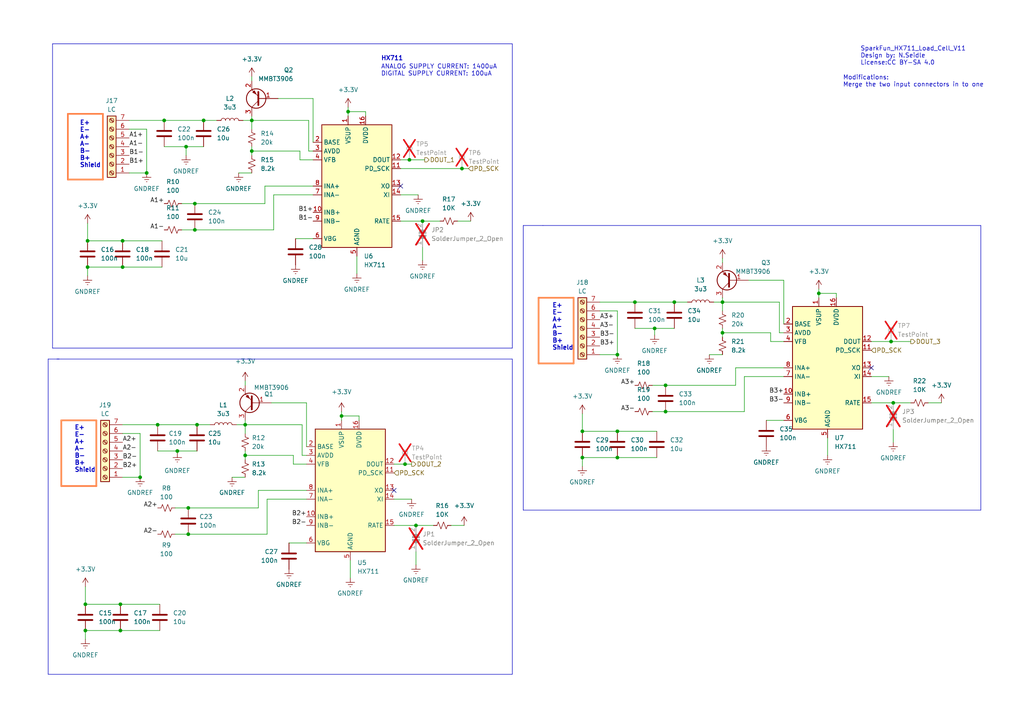
<source format=kicad_sch>
(kicad_sch (version 20250114) (generator "eeschema") (generator_version "9.0")
  (paper "A4")
  (title_block (title "CAE32 pedals") (date "2024-01-13") (rev "1") (comment 1 "Desing by: janc18") (comment 2 "Version 2.1"))
  (lib_symbols
    (symbol "Analog_ADC:HX711"
      (property "Reference" "U" (at 5.08 21.59 0))
      (property "Value" "HX711" (at 7.62 19.05 0))
      (symbol "HX711_0_1"
        (rectangle (start -10.16 17.78) (end 10.16 -17.78) (stroke (width 0.254)) (fill (type background)))
      )
      (symbol "HX711_1_1"
        (pin passive line (at -12.7 12.7 0) (length 2.54) (name "BASE") (number "2"))
        (pin power_in line (at -12.7 10.16 0) (length 2.54) (name "AVDD") (number "3"))
        (pin input line (at -12.7 7.62 0) (length 2.54) (name "VFB") (number "4"))
        (pin input line (at -12.7 0 0) (length 2.54) (name "INA+") (number "8"))
        (pin input line (at -12.7 -2.54 0) (length 2.54) (name "INA-") (number "7"))
        (pin input line (at -12.7 -7.62 0) (length 2.54) (name "INB+") (number "10"))
        (pin input line (at -12.7 -10.16 0) (length 2.54) (name "INB-") (number "9"))
        (pin passive line (at -12.7 -15.24 0) (length 2.54) (name "VBG") (number "6"))
        (pin power_in line (at -2.54 20.32 270) (length 2.54) (name "VSUP") (number "1"))
        (pin power_in line (at 0 -20.32 90) (length 2.54) (name "AGND") (number "5"))
        (pin power_in line (at 2.54 20.32 270) (length 2.54) (name "DVDD") (number "16"))
        (pin output line (at 12.7 7.62 180) (length 2.54) (name "DOUT") (number "12"))
        (pin input line (at 12.7 5.08 180) (length 2.54) (name "PD_SCK") (number "11"))
        (pin passive line (at 12.7 0 180) (length 2.54) (name "XO") (number "13"))
        (pin passive line (at 12.7 -2.54 180) (length 2.54) (name "XI") (number "14"))
        (pin input line (at 12.7 -10.16 180) (length 2.54) (name "RATE") (number "15"))
      )
    )
    (symbol "Connector:Screw_Terminal_01x07" (pin_names (offset 1.016) (hide yes))
      (property "Reference" "J" (at 0 10.16 0))
      (property "Value" "Screw_Terminal_01x07" (at 0 -10.16 0))
      (symbol "Screw_Terminal_01x07_1_1"
        (rectangle (start -1.27 8.89) (end 1.27 -8.89) (stroke (width 0.254)) (fill (type background)))
        (polyline (pts (xy -0.5334 7.9502) (xy 0.3302 7.112)) (stroke (width 0.1524)))
        (polyline (pts (xy -0.5334 5.4102) (xy 0.3302 4.572)) (stroke (width 0.1524)))
        (polyline (pts (xy -0.5334 2.8702) (xy 0.3302 2.032)) (stroke (width 0.1524)))
        (polyline (pts (xy -0.5334 0.3302) (xy 0.3302 -0.508)) (stroke (width 0.1524)))
        (polyline (pts (xy -0.5334 -2.2098) (xy 0.3302 -3.048)) (stroke (width 0.1524)))
        (polyline (pts (xy -0.5334 -4.7498) (xy 0.3302 -5.588)) (stroke (width 0.1524)))
        (polyline (pts (xy -0.5334 -7.2898) (xy 0.3302 -8.128)) (stroke (width 0.1524)))
        (polyline (pts (xy -0.3556 8.128) (xy 0.508 7.2898)) (stroke (width 0.1524)))
        (polyline (pts (xy -0.3556 5.588) (xy 0.508 4.7498)) (stroke (width 0.1524)))
        (polyline (pts (xy -0.3556 3.048) (xy 0.508 2.2098)) (stroke (width 0.1524)))
        (polyline (pts (xy -0.3556 0.508) (xy 0.508 -0.3302)) (stroke (width 0.1524)))
        (polyline (pts (xy -0.3556 -2.032) (xy 0.508 -2.8702)) (stroke (width 0.1524)))
        (polyline (pts (xy -0.3556 -4.572) (xy 0.508 -5.4102)) (stroke (width 0.1524)))
        (polyline (pts (xy -0.3556 -7.112) (xy 0.508 -7.9502)) (stroke (width 0.1524)))
        (circle (center 0 7.62) (radius 0.635) (stroke (width 0.1524)))
        (circle (center 0 5.08) (radius 0.635) (stroke (width 0.1524)))
        (circle (center 0 2.54) (radius 0.635) (stroke (width 0.1524)))
        (circle (center 0 0) (radius 0.635) (stroke (width 0.1524)))
        (circle (center 0 -2.54) (radius 0.635) (stroke (width 0.1524)))
        (circle (center 0 -5.08) (radius 0.635) (stroke (width 0.1524)))
        (circle (center 0 -7.62) (radius 0.635) (stroke (width 0.1524)))
        (pin passive line (at -5.08 7.62 0) (length 3.81) (name "Pin_1") (number "1"))
        (pin passive line (at -5.08 5.08 0) (length 3.81) (name "Pin_2") (number "2"))
        (pin passive line (at -5.08 2.54 0) (length 3.81) (name "Pin_3") (number "3"))
        (pin passive line (at -5.08 0 0) (length 3.81) (name "Pin_4") (number "4"))
        (pin passive line (at -5.08 -2.54 0) (length 3.81) (name "Pin_5") (number "5"))
        (pin passive line (at -5.08 -5.08 0) (length 3.81) (name "Pin_6") (number "6"))
        (pin passive line (at -5.08 -7.62 0) (length 3.81) (name "Pin_7") (number "7"))
      )
    )
    (symbol "Connector:TestPoint" (pin_numbers (hide yes)) (pin_names (offset 0.762) (hide yes))
      (property "Reference" "TP" (at 0 6.858 0))
      (property "Value" "TestPoint" (at 0 5.08 0))
      (symbol "TestPoint_0_1"
        (circle (center 0 3.302) (radius 0.762))
      )
      (symbol "TestPoint_1_1"
        (pin passive line (at 0 0 90) (length 2.54) (name "1") (number "1"))
      )
    )
    (symbol "Device:C" (pin_numbers (hide yes)) (pin_names (offset 0.254))
      (property "Reference" "C" (at 0.635 2.54 0))
      (property "Value" "C" (at 0.635 -2.54 0))
      (symbol "C_0_1"
        (polyline (pts (xy -2.032 0.762) (xy 2.032 0.762)) (stroke (width 0.508)))
        (polyline (pts (xy -2.032 -0.762) (xy 2.032 -0.762)) (stroke (width 0.508)))
      )
      (symbol "C_1_1"
        (pin passive line (at 0 3.81 270) (length 2.794) (name "~") (number "1"))
        (pin passive line (at 0 -3.81 90) (length 2.794) (name "~") (number "2"))
      )
    )
    (symbol "Device:L" (pin_numbers (hide yes)) (pin_names (offset 1.016) (hide yes))
      (property "Reference" "L" (at -1.27 0 90))
      (property "Value" "L" (at 1.905 0 90))
      (symbol "L_0_1"
        (arc (start 0 2.54) (mid 0.6323 1.905) (end 0 1.27))
        (arc (start 0 1.27) (mid 0.6323 0.635) (end 0 0))
        (arc (start 0 0) (mid 0.6323 -0.635) (end 0 -1.27))
        (arc (start 0 -1.27) (mid 0.6323 -1.905) (end 0 -2.54))
      )
      (symbol "L_1_1"
        (pin passive line (at 0 3.81 270) (length 1.27) (name "1") (number "1"))
        (pin passive line (at 0 -3.81 90) (length 1.27) (name "2") (number "2"))
      )
    )
    (symbol "Device:R_Small_US" (pin_numbers (hide yes)) (pin_names (offset 0.254) (hide yes))
      (property "Reference" "R" (at 0.762 0.508 0))
      (property "Value" "R_Small_US" (at 0.762 -1.016 0))
      (symbol "R_Small_US_1_1"
        (polyline (pts (xy 0 1.524) (xy 1.016 1.143) (xy 0 0.762) (xy -1.016 0.381) (xy 0 0)))
        (polyline (pts (xy 0 0) (xy 1.016 -0.381) (xy 0 -0.762) (xy -1.016 -1.143) (xy 0 -1.524)))
        (pin passive line (at 0 2.54 270) (length 1.016) (name "~") (number "1"))
        (pin passive line (at 0 -2.54 90) (length 1.016) (name "~") (number "2"))
      )
    )
    (symbol "GNDREF_1" (power) (pin_names (offset 0))
      (property "Value" "GNDREF_1" (at 0 -3.81 0))
      (symbol "GNDREF_1_0_1"
        (polyline (pts (xy -0.635 -1.905) (xy 0.635 -1.905)))
        (polyline (pts (xy -0.127 -2.54) (xy 0.127 -2.54)))
        (polyline (pts (xy 0 -1.27) (xy 0 0)))
        (polyline (pts (xy 1.27 -1.27) (xy -1.27 -1.27)))
      )
      (symbol "GNDREF_1_1_1"
        (pin power_in line (at 0 0 270) (length 0) (hide yes) (name "GNDREF") (number "1"))
      )
    )
    (symbol "Jumper:SolderJumper_2_Open" (pin_names (offset 0) (hide yes))
      (property "Reference" "JP" (at 0 2.032 0))
      (property "Value" "SolderJumper_2_Open" (at 0 -2.54 0))
      (symbol "SolderJumper_2_Open_0_1"
        (polyline (pts (xy -0.254 1.016) (xy -0.254 -1.016)))
        (arc (start -0.254 -1.016) (mid -1.2656 0) (end -0.254 1.016))
        (arc (start -0.254 -1.016) (mid -1.2656 0) (end -0.254 1.016) (fill (type outline)))
        (arc (start 0.254 1.016) (mid 1.2656 0) (end 0.254 -1.016))
        (arc (start 0.254 1.016) (mid 1.2656 0) (end 0.254 -1.016) (fill (type outline)))
        (polyline (pts (xy 0.254 1.016) (xy 0.254 -1.016)))
      )
      (symbol "SolderJumper_2_Open_1_1"
        (pin passive line (at -3.81 0 0) (length 2.54) (name "A") (number "1"))
        (pin passive line (at 3.81 0 180) (length 2.54) (name "B") (number "2"))
      )
    )
    (symbol "Transistor_BJT:MMBT3906" (pin_names (offset 0) (hide yes))
      (property "Reference" "Q" (at 5.08 1.905 0))
      (property "Value" "MMBT3906" (at 5.08 0 0))
      (symbol "MMBT3906_0_1"
        (polyline (pts (xy 0.635 1.905) (xy 0.635 -1.905) (xy 0.635 -1.905)) (stroke (width 0.508)))
        (polyline (pts (xy 0.635 0.635) (xy 2.54 2.54)))
        (polyline (pts (xy 0.635 -0.635) (xy 2.54 -2.54) (xy 2.54 -2.54)))
        (circle (center 1.27 0) (radius 2.8194) (stroke (width 0.254)))
        (polyline (pts (xy 2.286 -1.778) (xy 1.778 -2.286) (xy 1.27 -1.27) (xy 2.286 -1.778) (xy 2.286 -1.778)) (fill (type outline)))
      )
      (symbol "MMBT3906_1_1"
        (pin input line (at -5.08 0 0) (length 5.715) (name "B") (number "1"))
        (pin passive line (at 2.54 5.08 270) (length 2.54) (name "C") (number "3"))
        (pin passive line (at 2.54 -5.08 90) (length 2.54) (name "E") (number "2"))
      )
    )
    (symbol "power:+3.3V" (power) (pin_names (offset 0))
      (property "Value" "+3.3V" (at 0 3.556 0))
      (symbol "+3.3V_0_1"
        (polyline (pts (xy -0.762 1.27) (xy 0 2.54)))
        (polyline (pts (xy 0 2.54) (xy 0.762 1.27)))
        (polyline (pts (xy 0 0) (xy 0 2.54)))
      )
      (symbol "+3.3V_1_1"
        (pin power_in line (at 0 0 90) (length 0) (hide yes) (name "+3.3V") (number "1"))
      )
    )
  )
  (text "HX711" (at 110.49 17.78 0) (effects (font (size 1.27 1.27) (thickness 0.254) (bold yes)) (justify left bottom)))
  (text "SparkFun_HX711_Load_Cell_V11\nDesign by: N.Seidle\nLicense:CC BY-SA 4.0" (at 249.555 19.05 0) (effects (font (size 1.27 1.27)) (justify left bottom)))
  (text "E+\nE-\nA+\nA-\nB-\nB+\nShield" (at 23.114 48.768 0) (effects (font (size 1.27 1.27) (thickness 0.254) (bold yes)) (justify left bottom)))
  (text "E+\nE-\nA+\nA-\nB-\nB+\nShield" (at 21.59 137.16 0) (effects (font (size 1.27 1.27) (thickness 0.254) (bold yes)) (justify left bottom)))
  (text "E+\nE-\nA+\nA-\nB-\nB+\nShield" (at 160.147 101.727 0) (effects (font (size 1.27 1.27) (thickness 0.254) (bold yes)) (justify left bottom)))
  (text "ANALOG SUPPLY CURRENT: 1400uA\nDIGITAL SUPPLY CURRENT: 100uA" (at 110.49 22.225 0) (effects (font (size 1.27 1.27)) (justify left bottom)))
  (text "Modifications:\nMerge the two input connectors in to one" (at 244.475 25.4 0) (effects (font (size 1.27 1.27)) (justify left bottom)))
  (junction (at 100.965 32.385))
  (junction (at 40.64 138.43))
  (junction (at 120.65 152.4))
  (junction (at 122.555 64.135))
  (junction (at 193.04 111.76))
  (junction (at 179.07 102.87))
  (junction (at 71.12 123.19))
  (junction (at 118.745 46.355))
  (junction (at 195.58 87.63))
  (junction (at 168.91 125.095))
  (junction (at 35.56 69.85))
  (junction (at 73.025 43.815))
  (junction (at 189.865 95.25))
  (junction (at 24.765 175.26))
  (junction (at 99.06 120.65))
  (junction (at 54.61 147.32))
  (junction (at 35.56 77.47))
  (junction (at 54.61 154.94))
  (junction (at 25.4 69.85))
  (junction (at 179.07 132.715))
  (junction (at 179.07 125.095))
  (junction (at 25.4 77.47))
  (junction (at 209.55 87.63))
  (junction (at 34.925 182.88))
  (junction (at 24.765 182.88))
  (junction (at 53.975 42.545))
  (junction (at 193.04 119.38))
  (junction (at 57.15 123.19))
  (junction (at 34.925 175.26))
  (junction (at 73.025 34.925))
  (junction (at 133.985 48.895))
  (junction (at 258.445 99.06))
  (junction (at 45.72 123.19))
  (junction (at 259.08 116.84))
  (junction (at 184.15 87.63))
  (junction (at 237.49 85.09))
  (junction (at 209.55 96.52))
  (junction (at 71.12 132.08))
  (junction (at 117.475 134.62))
  (junction (at 51.435 130.81))
  (junction (at 59.055 34.925))
  (junction (at 168.91 132.715))
  (junction (at 56.515 59.055))
  (junction (at 42.545 50.165))
  (junction (at 56.515 66.675))
  (junction (at 47.625 34.925))
  (no_connect (at 252.73 106.68))
  (no_connect (at 114.3 142.24))
  (no_connect (at 116.205 53.975))
  (wire (pts (xy 76.835 59.055) (xy 56.515 59.055)))
  (wire (pts (xy 103.505 74.295) (xy 103.505 79.375)))
  (wire (pts (xy 114.3 144.78) (xy 119.38 144.78)))
  (wire (pts (xy 90.805 56.515) (xy 79.375 56.515)))
  (wire (pts (xy 25.4 69.85) (xy 35.56 69.85)))
  (polyline (pts (xy 17.78 121.92) (xy 17.78 140.97)) (stroke (width 0.5) (type solid) (color 255 132 74 1)))
  (wire (pts (xy 179.07 90.17) (xy 179.07 102.87)))
  (wire (pts (xy 85.09 132.08) (xy 71.12 132.08)))
  (polyline (pts (xy 284.48 147.955) (xy 151.765 147.955)))
  (wire (pts (xy 242.57 85.09) (xy 237.49 85.09)))
  (wire (pts (xy 89.535 43.815) (xy 90.805 43.815)))
  (wire (pts (xy 59.055 34.925) (xy 62.865 34.925)))
  (wire (pts (xy 122.555 71.755) (xy 122.555 75.565)))
  (wire (pts (xy 209.55 86.36) (xy 209.55 87.63)))
  (wire (pts (xy 47.625 42.545) (xy 53.975 42.545)))
  (wire (pts (xy 120.65 160.02) (xy 120.65 163.83)))
  (wire (pts (xy 173.99 87.63) (xy 184.15 87.63)))
  (wire (pts (xy 35.56 69.85) (xy 46.99 69.85)))
  (wire (pts (xy 37.465 37.465) (xy 42.545 37.465)))
  (wire (pts (xy 24.765 175.26) (xy 34.925 175.26)))
  (polyline (pts (xy 15.24 12.7) (xy 15.24 100.965)))
  (polyline (pts (xy 13.97 195.58) (xy 13.97 104.14)))
  (wire (pts (xy 79.375 56.515) (xy 79.375 66.675)))
  (wire (pts (xy 79.375 66.675) (xy 56.515 66.675)))
  (wire (pts (xy 184.15 95.25) (xy 189.865 95.25)))
  (polyline (pts (xy 148.59 195.58) (xy 13.97 195.58)))
  (wire (pts (xy 47.625 34.925) (xy 59.055 34.925)))
  (wire (pts (xy 88.9 116.84) (xy 88.9 129.54)))
  (wire (pts (xy 90.805 53.975) (xy 76.835 53.975)))
  (wire (pts (xy 40.64 125.73) (xy 40.64 138.43)))
  (wire (pts (xy 101.6 162.56) (xy 101.6 167.64)))
  (wire (pts (xy 209.55 87.63) (xy 226.06 87.63)))
  (wire (pts (xy 86.995 43.815) (xy 73.025 43.815)))
  (wire (pts (xy 223.52 96.52) (xy 209.55 96.52)))
  (wire (pts (xy 71.12 132.08) (xy 71.12 133.35)))
  (wire (pts (xy 189.865 95.25) (xy 195.58 95.25)))
  (wire (pts (xy 100.965 32.385) (xy 100.965 33.655)))
  (wire (pts (xy 130.81 152.4) (xy 134.62 152.4)))
  (wire (pts (xy 227.33 81.28) (xy 227.33 93.98)))
  (wire (pts (xy 120.65 152.4) (xy 125.73 152.4)))
  (wire (pts (xy 25.4 77.47) (xy 25.4 80.01)))
  (wire (pts (xy 71.12 110.49) (xy 71.12 111.76)))
  (wire (pts (xy 173.99 102.87) (xy 179.07 102.87)))
  (wire (pts (xy 74.93 147.32) (xy 54.61 147.32)))
  (wire (pts (xy 242.57 86.36) (xy 242.57 85.09)))
  (wire (pts (xy 207.01 87.63) (xy 209.55 87.63)))
  (wire (pts (xy 70.485 34.925) (xy 73.025 34.925)))
  (polyline (pts (xy 16.51 104.14) (xy 148.59 104.14)))
  (wire (pts (xy 122.555 64.135) (xy 127.635 64.135)))
  (wire (pts (xy 73.025 43.815) (xy 73.025 45.085)))
  (wire (pts (xy 106.045 33.655) (xy 106.045 32.385)))
  (wire (pts (xy 209.55 87.63) (xy 209.55 90.17)))
  (wire (pts (xy 73.025 42.545) (xy 73.025 43.815)))
  (wire (pts (xy 24.765 182.88) (xy 34.925 182.88)))
  (wire (pts (xy 69.215 50.165) (xy 73.025 50.165)))
  (wire (pts (xy 73.025 22.225) (xy 73.025 23.495)))
  (wire (pts (xy 53.975 42.545) (xy 53.975 45.085)))
  (wire (pts (xy 57.15 123.19) (xy 60.96 123.19)))
  (wire (pts (xy 73.025 34.925) (xy 73.025 37.465)))
  (wire (pts (xy 35.56 77.47) (xy 46.99 77.47)))
  (wire (pts (xy 189.23 119.38) (xy 193.04 119.38)))
  (wire (pts (xy 205.74 102.87) (xy 209.55 102.87)))
  (wire (pts (xy 264.16 99.06) (xy 258.445 99.06)))
  (wire (pts (xy 227.33 99.06) (xy 223.52 99.06)))
  (wire (pts (xy 88.9 142.24) (xy 74.93 142.24)))
  (wire (pts (xy 34.925 175.26) (xy 46.355 175.26)))
  (polyline (pts (xy 29.845 33.02) (xy 19.685 33.02)) (stroke (width 0.5) (type solid) (color 255 132 74 1)))
  (wire (pts (xy 179.07 132.715) (xy 190.5 132.715)))
  (wire (pts (xy 50.8 147.32) (xy 54.61 147.32)))
  (wire (pts (xy 222.25 121.92) (xy 227.33 121.92)))
  (polyline (pts (xy 15.24 12.7) (xy 148.59 12.7)))
  (polyline (pts (xy 151.765 65.405) (xy 157.48 65.405)))
  (wire (pts (xy 88.9 134.62) (xy 85.09 134.62)))
  (wire (pts (xy 132.715 64.135) (xy 136.525 64.135)))
  (wire (pts (xy 116.205 56.515) (xy 121.285 56.515)))
  (wire (pts (xy 209.55 96.52) (xy 209.55 97.79)))
  (polyline (pts (xy 166.37 105.41) (xy 166.37 86.36)) (stroke (width 0.5) (type solid) (color 255 132 74 1)))
  (wire (pts (xy 259.08 116.84) (xy 264.16 116.84)))
  (wire (pts (xy 123.19 46.355) (xy 118.745 46.355)))
  (polyline (pts (xy 19.685 52.07) (xy 29.845 52.07)) (stroke (width 0.5) (type solid) (color 255 132 74 1)))
  (wire (pts (xy 189.865 95.25) (xy 189.865 97.155)))
  (wire (pts (xy 116.205 48.895) (xy 133.985 48.895)))
  (wire (pts (xy 87.63 132.08) (xy 88.9 132.08)))
  (polyline (pts (xy 148.59 104.14) (xy 148.59 195.58)))
  (wire (pts (xy 86.995 46.355) (xy 86.995 43.815)))
  (wire (pts (xy 73.025 33.655) (xy 73.025 34.925)))
  (wire (pts (xy 258.445 99.06) (xy 252.73 99.06)))
  (wire (pts (xy 53.975 42.545) (xy 59.055 42.545)))
  (wire (pts (xy 173.99 90.17) (xy 179.07 90.17)))
  (wire (pts (xy 240.03 127) (xy 240.03 132.08)))
  (wire (pts (xy 227.33 106.68) (xy 213.36 106.68)))
  (wire (pts (xy 83.82 157.48) (xy 88.9 157.48)))
  (wire (pts (xy 35.56 125.73) (xy 40.64 125.73)))
  (wire (pts (xy 34.925 182.88) (xy 46.355 182.88)))
  (wire (pts (xy 215.9 109.22) (xy 215.9 119.38)))
  (wire (pts (xy 168.91 125.095) (xy 179.07 125.095)))
  (wire (pts (xy 269.24 116.84) (xy 273.05 116.84)))
  (wire (pts (xy 88.9 144.78) (xy 77.47 144.78)))
  (wire (pts (xy 68.58 123.19) (xy 71.12 123.19)))
  (polyline (pts (xy 156.21 86.36) (xy 156.21 105.41)) (stroke (width 0.5) (type solid) (color 255 132 74 1)))
  (wire (pts (xy 213.36 106.68) (xy 213.36 111.76)))
  (wire (pts (xy 227.33 109.22) (xy 215.9 109.22)))
  (wire (pts (xy 51.435 130.81) (xy 57.15 130.81)))
  (wire (pts (xy 168.91 132.715) (xy 179.07 132.715)))
  (wire (pts (xy 179.07 125.095) (xy 190.5 125.095)))
  (wire (pts (xy 73.025 34.925) (xy 89.535 34.925)))
  (wire (pts (xy 37.465 50.165) (xy 42.545 50.165)))
  (wire (pts (xy 71.12 123.19) (xy 87.63 123.19)))
  (wire (pts (xy 71.12 121.92) (xy 71.12 123.19)))
  (wire (pts (xy 215.9 119.38) (xy 193.04 119.38)))
  (wire (pts (xy 252.73 116.84) (xy 259.08 116.84)))
  (wire (pts (xy 99.06 119.38) (xy 99.06 120.65)))
  (wire (pts (xy 35.56 123.19) (xy 45.72 123.19)))
  (wire (pts (xy 71.12 123.19) (xy 71.12 125.73)))
  (wire (pts (xy 209.55 95.25) (xy 209.55 96.52)))
  (polyline (pts (xy 13.97 104.14) (xy 17.145 104.14)))
  (wire (pts (xy 78.74 116.84) (xy 88.9 116.84)))
  (wire (pts (xy 80.645 28.575) (xy 90.805 28.575)))
  (wire (pts (xy 85.09 134.62) (xy 85.09 132.08)))
  (wire (pts (xy 237.49 85.09) (xy 237.49 86.36)))
  (polyline (pts (xy 17.78 140.97) (xy 27.94 140.97)) (stroke (width 0.5) (type solid) (color 255 132 74 1)))
  (wire (pts (xy 209.55 74.93) (xy 209.55 76.2)))
  (wire (pts (xy 118.745 46.355) (xy 116.205 46.355)))
  (wire (pts (xy 90.805 28.575) (xy 90.805 41.275)))
  (wire (pts (xy 24.765 182.88) (xy 24.765 185.42)))
  (wire (pts (xy 213.36 111.76) (xy 193.04 111.76)))
  (wire (pts (xy 89.535 34.925) (xy 89.535 43.815)))
  (polyline (pts (xy 156.21 105.41) (xy 166.37 105.41)) (stroke (width 0.5) (type solid) (color 255 132 74 1)))
  (wire (pts (xy 168.91 120.015) (xy 168.91 125.095)))
  (wire (pts (xy 45.72 130.81) (xy 51.435 130.81)))
  (polyline (pts (xy 151.765 147.955) (xy 151.765 65.405)))
  (wire (pts (xy 104.14 121.92) (xy 104.14 120.65)))
  (wire (pts (xy 87.63 123.19) (xy 87.63 132.08)))
  (wire (pts (xy 52.705 66.675) (xy 56.515 66.675)))
  (wire (pts (xy 117.475 134.62) (xy 119.38 134.62)))
  (wire (pts (xy 133.985 48.895) (xy 135.89 48.895)))
  (wire (pts (xy 71.12 130.81) (xy 71.12 132.08)))
  (wire (pts (xy 35.56 138.43) (xy 40.64 138.43)))
  (wire (pts (xy 24.765 170.18) (xy 24.765 175.26)))
  (polyline (pts (xy 19.685 33.02) (xy 19.685 52.07)) (stroke (width 0.5) (type solid) (color 255 132 74 1)))
  (wire (pts (xy 100.965 31.115) (xy 100.965 32.385)))
  (wire (pts (xy 85.725 69.215) (xy 90.805 69.215)))
  (wire (pts (xy 45.72 123.19) (xy 57.15 123.19)))
  (wire (pts (xy 74.93 142.24) (xy 74.93 147.32)))
  (wire (pts (xy 168.91 132.715) (xy 168.91 135.255)))
  (polyline (pts (xy 166.37 86.36) (xy 156.21 86.36)) (stroke (width 0.5) (type solid) (color 255 132 74 1)))
  (wire (pts (xy 76.835 53.975) (xy 76.835 59.055)))
  (polyline (pts (xy 284.48 65.405) (xy 284.48 147.955)))
  (wire (pts (xy 116.205 64.135) (xy 122.555 64.135)))
  (polyline (pts (xy 148.59 100.965) (xy 148.59 12.7)))
  (wire (pts (xy 25.4 77.47) (xy 35.56 77.47)))
  (wire (pts (xy 114.3 152.4) (xy 120.65 152.4)))
  (polyline (pts (xy 15.24 100.965) (xy 148.59 100.965)))
  (polyline (pts (xy 29.845 52.07) (xy 29.845 33.02)) (stroke (width 0.5) (type solid) (color 255 132 74 1)))
  (wire (pts (xy 114.3 134.62) (xy 117.475 134.62)))
  (wire (pts (xy 51.435 130.81) (xy 51.435 131.445)))
  (wire (pts (xy 237.49 83.82) (xy 237.49 85.09)))
  (polyline (pts (xy 157.48 65.405) (xy 284.48 65.405)))
  (wire (pts (xy 25.4 64.77) (xy 25.4 69.85)))
  (wire (pts (xy 106.045 32.385) (xy 100.965 32.385)))
  (wire (pts (xy 77.47 154.94) (xy 54.61 154.94)))
  (wire (pts (xy 223.52 99.06) (xy 223.52 96.52)))
  (wire (pts (xy 67.31 138.43) (xy 71.12 138.43)))
  (wire (pts (xy 104.14 120.65) (xy 99.06 120.65)))
  (wire (pts (xy 217.17 81.28) (xy 227.33 81.28)))
  (polyline (pts (xy 27.94 140.97) (xy 27.94 121.92)) (stroke (width 0.5) (type solid) (color 255 132 74 1)))
  (wire (pts (xy 195.58 87.63) (xy 199.39 87.63)))
  (wire (pts (xy 42.545 37.465) (xy 42.545 50.165)))
  (wire (pts (xy 184.15 87.63) (xy 195.58 87.63)))
  (wire (pts (xy 99.06 120.65) (xy 99.06 121.92)))
  (wire (pts (xy 37.465 34.925) (xy 47.625 34.925)))
  (wire (pts (xy 189.23 111.76) (xy 193.04 111.76)))
  (wire (pts (xy 226.06 87.63) (xy 226.06 96.52)))
  (wire (pts (xy 50.8 154.94) (xy 54.61 154.94)))
  (wire (pts (xy 52.705 59.055) (xy 56.515 59.055)))
  (wire (pts (xy 252.73 109.22) (xy 257.81 109.22)))
  (wire (pts (xy 259.08 124.46) (xy 259.08 128.27)))
  (wire (pts (xy 77.47 144.78) (xy 77.47 154.94)))
  (wire (pts (xy 90.805 46.355) (xy 86.995 46.355)))
  (polyline (pts (xy 27.94 121.92) (xy 17.78 121.92)) (stroke (width 0.5) (type solid) (color 255 132 74 1)))
  (wire (pts (xy 226.06 96.52) (xy 227.33 96.52)))
  (label "B2+" (at 35.56 135.89 0))
  (label "A1+" (at 37.465 40.005 0))
  (label "B2+" (at 88.9 149.86 180))
  (label "B3-" (at 227.33 116.84 180))
  (label "A2-" (at 45.72 154.94 180))
  (label "B2-" (at 88.9 152.4 180))
  (label "A3-" (at 173.99 95.25 0))
  (label "B1-" (at 37.465 45.085 0))
  (label "B3+" (at 227.33 114.3 180))
  (label "A2+" (at 35.56 128.27 0))
  (label "A1-" (at 37.465 42.545 0))
  (label "B2-" (at 35.56 133.35 0))
  (label "B3+" (at 173.99 100.33 0))
  (label "A1-" (at 47.625 66.675 180))
  (label "B3-" (at 173.99 97.79 0))
  (label "B1-" (at 90.805 64.135 180))
  (label "A2-" (at 35.56 130.81 0))
  (label "B1+" (at 37.465 47.625 0))
  (label "B1+" (at 90.805 61.595 180))
  (label "A3+" (at 184.15 111.76 180))
  (label "A1+" (at 47.625 59.055 180))
  (label "A3-" (at 184.15 119.38 180))
  (label "A2+" (at 45.72 147.32 180))
  (label "A3+" (at 173.99 92.71 0))
  (hierarchical_label "PD_SCK" (shape input) (at 114.3 137.16 0))
  (hierarchical_label "PD_SCK" (shape input) (at 135.89 48.895 0))
  (hierarchical_label "DOUT_3" (shape output) (at 264.16 99.06 0))
  (hierarchical_label "DOUT_1" (shape output) (at 123.19 46.355 0))
  (hierarchical_label "PD_SCK" (shape input) (at 252.73 101.6 0))
  (hierarchical_label "DOUT_2" (shape output) (at 119.38 134.62 0))
  (symbol (lib_id "Transistor_BJT:MMBT3906") (at 75.565 28.575 180) (unit 1)
    (property "Reference" "Q2" (at 85.09 20.32 0) (effects (justify left)))
    (property "Value" "MMBT3906" (at 85.09 22.86 0) (effects (justify left)))
    (property "Footprint" "Package_TO_SOT_SMD:SOT-23" (effects (hide yes)))
    (property "Datasheet" "https://www.onsemi.com/pub/Collateral/2N3906-D.PDF" (effects (hide yes)))
    (property "Qty" "3" (effects (hide yes)))
    (property "Vendor" "C2891809" (effects (hide yes)))
  )
  (symbol (lib_name "GNDREF_1") (lib_id "power:GNDREF") (at 83.82 165.1 0) (unit 1)
    (property "Reference" "#PWR077" (effects (hide yes)))
    (property "Value" "GNDREF" (at 83.82 169.545 0))
  )
  (symbol (lib_id "power:+3.3V") (at 24.765 170.18 0) (unit 1)
    (property "Reference" "#PWR065" (effects (hide yes)))
    (property "Value" "+3.3V" (at 24.765 165.1 0))
  )
  (symbol (lib_id "Device:R_Small_US") (at 209.55 92.71 0) (unit 1)
    (property "Reference" "R20" (at 212.09 91.4399 0) (effects (justify left)))
    (property "Value" "20k" (at 212.09 93.9799 0) (effects (justify left)))
    (property "Footprint" "Resistor_SMD:R_0603_1608Metric" (effects (hide yes)))
    (property "LCSC_PART" "C4184" (effects (hide yes)))
    (property "Item" "C4184" (effects (hide yes)))
    (property "Qty" "3" (effects (hide yes)))
    (property "Vendor" "C4184" (effects (hide yes)))
  )
  (symbol (lib_id "Device:C") (at 222.25 125.73 0) (unit 1)
    (property "Reference" "C35" (at 226.06 124.4599 0) (effects (justify left)))
    (property "Value" "100n" (at 226.06 126.9999 0) (effects (justify left)))
    (property "Footprint" "Capacitor_SMD:C_0603_1608Metric" (effects (hide yes)))
    (property "LCSC_PART" "C66501" (effects (hide yes)))
    (property "Item" "C66501" (effects (hide yes)))
    (property "Qty" "22" (effects (hide yes)))
    (property "Vendor" "C66501" (effects (hide yes)))
  )
  (symbol (lib_id "power:+3.3V") (at 99.06 119.38 0) (unit 1)
    (property "Reference" "#PWR079" (effects (hide yes)))
    (property "Value" "+3.3V" (at 99.06 113.665 0))
  )
  (symbol (lib_id "Device:R_Small_US") (at 130.175 64.135 90) (unit 1)
    (property "Reference" "R17" (at 130.175 57.785 90))
    (property "Value" "10K" (at 130.175 60.325 90))
    (property "Footprint" "Resistor_SMD:R_0603_1608Metric" (effects (hide yes)))
    (property "LCSC_PART" "C25804" (effects (hide yes)))
    (property "Item" "C25804" (effects (hide yes)))
    (property "Qty" "3" (effects (hide yes)))
    (property "Vendor" "C25804" (effects (hide yes)))
  )
  (symbol (lib_id "Device:R_Small_US") (at 186.69 119.38 270) (unit 1)
    (property "Reference" "R19" (at 186.69 113.03 90))
    (property "Value" "100" (at 186.69 115.57 90))
    (property "Footprint" "Resistor_SMD:R_0603_1608Metric" (effects (hide yes)))
    (property "LCSC_PART" "C25201" (effects (hide yes)))
    (property "Item" "C25201" (effects (hide yes)))
    (property "Qty" "14" (effects (hide yes)))
    (property "Vendor" "C25201" (effects (hide yes)))
  )
  (symbol (lib_id "Device:R_Small_US") (at 71.12 135.89 0) (unit 1)
    (property "Reference" "R13" (at 73.025 134.6199 0) (effects (justify left)))
    (property "Value" "8.2k" (at 73.025 137.1599 0) (effects (justify left)))
    (property "Footprint" "Resistor_SMD:R_0603_1608Metric" (effects (hide yes)))
    (property "LCSC_PART" "C114637" (effects (hide yes)))
    (property "Item" "C114637" (effects (hide yes)))
    (property "Qty" "3" (effects (hide yes)))
    (property "Vendor" "C114637" (effects (hide yes)))
  )
  (symbol (lib_id "power:+3.3V") (at 100.965 31.115 0) (unit 1)
    (property "Reference" "#PWR080" (effects (hide yes)))
    (property "Value" "+3.3V" (at 100.965 26.035 0))
  )
  (symbol (lib_id "Device:R_Small_US") (at 73.025 40.005 0) (unit 1)
    (property "Reference" "R14" (at 75.565 38.7349 0) (effects (justify left)))
    (property "Value" "20k" (at 75.565 41.2749 0) (effects (justify left)))
    (property "Footprint" "Resistor_SMD:R_0603_1608Metric" (effects (hide yes)))
    (property "LCSC_PART" "C4184" (effects (hide yes)))
    (property "Item" "C4184" (effects (hide yes)))
    (property "Qty" "3" (effects (hide yes)))
    (property "Vendor" "C4184" (effects (hide yes)))
  )
  (symbol (lib_name "GNDREF_1") (lib_id "power:GNDREF") (at 257.81 109.22 0) (unit 1)
    (property "Reference" "#PWR098" (effects (hide yes)))
    (property "Value" "GNDREF" (at 257.81 113.792 0))
  )
  (symbol (lib_id "Device:C") (at 193.04 115.57 0) (unit 1)
    (property "Reference" "C33" (at 196.85 114.2999 0) (effects (justify left)))
    (property "Value" "100n" (at 196.85 116.8399 0) (effects (justify left)))
    (property "Footprint" "Capacitor_SMD:C_0603_1608Metric" (effects (hide yes)))
    (property "LCSC_PART" "C66501" (effects (hide yes)))
    (property "Item" "C66501" (effects (hide yes)))
    (property "Qty" "22" (effects (hide yes)))
    (property "Vendor" "C66501" (effects (hide yes)))
  )
  (symbol (lib_name "GNDREF_1") (lib_id "power:GNDREF") (at 42.545 50.165 0) (unit 1)
    (property "Reference" "#PWR070" (effects (hide yes)))
    (property "Value" "GNDREF" (at 42.545 54.737 0))
  )
  (symbol (lib_id "Device:R_Small_US") (at 73.025 47.625 0) (unit 1)
    (property "Reference" "R15" (at 75.565 46.3549 0) (effects (justify left)))
    (property "Value" "8.2k" (at 75.565 48.8949 0) (effects (justify left)))
    (property "Footprint" "Resistor_SMD:R_0603_1608Metric" (effects (hide yes)))
    (property "LCSC_PART" "C114637" (effects (hide yes)))
    (property "Item" "C114637" (effects (hide yes)))
    (property "Qty" "3" (effects (hide yes)))
    (property "Vendor" "C114637" (effects (hide yes)))
  )
  (symbol (lib_id "Device:R_Small_US") (at 209.55 100.33 0) (unit 1)
    (property "Reference" "R21" (at 212.09 99.0599 0) (effects (justify left)))
    (property "Value" "8.2k" (at 212.09 101.5999 0) (effects (justify left)))
    (property "Footprint" "Resistor_SMD:R_0603_1608Metric" (effects (hide yes)))
    (property "LCSC_PART" "C114637" (effects (hide yes)))
    (property "Item" "C114637" (effects (hide yes)))
    (property "Qty" "3" (effects (hide yes)))
    (property "Vendor" "C114637" (effects (hide yes)))
  )
  (symbol (lib_id "Device:C") (at 24.765 179.07 0) (unit 1)
    (property "Reference" "C15" (at 28.575 177.7999 0) (effects (justify left)))
    (property "Value" "100n" (at 28.575 180.3399 0) (effects (justify left)))
    (property "Footprint" "Capacitor_SMD:C_0603_1608Metric" (effects (hide yes)))
    (property "LCSC_PART" "C66501" (effects (hide yes)))
    (property "Item" "C66501" (effects (hide yes)))
    (property "Qty" "22" (effects (hide yes)))
    (property "Vendor" "C66501" (effects (hide yes)))
  )
  (symbol (lib_id "power:+3.3V") (at 237.49 83.82 0) (unit 1)
    (property "Reference" "#PWR096" (effects (hide yes)))
    (property "Value" "+3.3V" (at 237.49 78.74 0))
  )
  (symbol (lib_name "GNDREF_1") (lib_id "power:GNDREF") (at 85.725 76.835 0) (unit 1)
    (property "Reference" "#PWR078" (effects (hide yes)))
    (property "Value" "GNDREF" (at 85.725 81.407 0))
  )
  (symbol (lib_id "power:+3.3V") (at 73.025 22.225 0) (unit 1)
    (property "Reference" "#PWR076" (effects (hide yes)))
    (property "Value" "+3.3V" (at 73.025 17.145 0))
  )
  (symbol (lib_name "GNDREF_1") (lib_id "power:GNDREF") (at 259.08 128.27 0) (unit 1)
    (property "Reference" "#PWR099" (effects (hide yes)))
    (property "Value" "GNDREF" (at 259.08 132.842 0))
  )
  (symbol (lib_name "GNDREF_1") (lib_id "power:GNDREF") (at 120.65 163.83 0) (unit 1)
    (property "Reference" "#PWR084" (effects (hide yes)))
    (property "Value" "GNDREF" (at 120.65 168.275 0))
  )
  (symbol (lib_name "GNDREF_1") (lib_id "power:GNDREF") (at 25.4 80.01 0) (unit 1)
    (property "Reference" "#PWR068" (effects (hide yes)))
    (property "Value" "GNDREF" (at 25.4 84.582 0))
  )
  (symbol (lib_id "Device:C") (at 56.515 62.865 0) (unit 1)
    (property "Reference" "C24" (at 60.325 61.5949 0) (effects (justify left)))
    (property "Value" "100n" (at 60.325 64.1349 0) (effects (justify left)))
    (property "Footprint" "Capacitor_SMD:C_0603_1608Metric" (effects (hide yes)))
    (property "LCSC_PART" "C66501" (effects (hide yes)))
    (property "Item" "C66501" (effects (hide yes)))
    (property "Qty" "22" (effects (hide yes)))
    (property "Vendor" "C66501" (effects (hide yes)))
  )
  (symbol (lib_name "GNDREF_1") (lib_id "power:GNDREF") (at 53.975 45.085 0) (unit 1)
    (property "Reference" "#PWR072" (effects (hide yes)))
    (property "Value" "GNDREF" (at 53.975 49.657 0))
  )
  (symbol (lib_id "Connector:TestPoint") (at 258.445 99.06 0) (unit 1) (dnp yes)
    (property "Reference" "TP7" (at 260.35 94.4879 0) (effects (justify left)))
    (property "Value" "TestPoint" (at 260.35 97.0279 0) (effects (justify left)))
    (property "Footprint" "TestPoint:TestPoint_Pad_D1.0mm" (effects (hide yes)))
    (property "Qty" "4" (effects (hide yes)))
  )
  (symbol (lib_id "Device:R_Small_US") (at 266.7 116.84 90) (unit 1)
    (property "Reference" "R22" (at 266.7 110.49 90))
    (property "Value" "10K" (at 266.7 113.03 90))
    (property "Footprint" "Resistor_SMD:R_0603_1608Metric" (effects (hide yes)))
    (property "LCSC_PART" "C25804" (effects (hide yes)))
    (property "Item" "C25804" (effects (hide yes)))
    (property "Qty" "3" (effects (hide yes)))
    (property "Vendor" "C25804" (effects (hide yes)))
  )
  (symbol (lib_id "Device:L") (at 203.2 87.63 90) (unit 1)
    (property "Reference" "L3" (at 203.2 81.28 90))
    (property "Value" "3u3" (at 203.2 83.82 90))
    (property "Footprint" "Inductor_SMD:L_0402_1005Metric" (effects (hide yes)))
    (property "LCSC_PART" "C84474" (effects (hide yes)))
    (property "Item" "C84474" (effects (hide yes)))
    (property "Qty" "3" (effects (hide yes)))
    (property "Vendor" "C84474" (effects (hide yes)))
  )
  (symbol (lib_name "GNDREF_1") (lib_id "power:GNDREF") (at 67.31 138.43 0) (unit 1)
    (property "Reference" "#PWR073" (effects (hide yes)))
    (property "Value" "GNDREF" (at 67.31 142.875 0))
  )
  (symbol (lib_name "GNDREF_1") (lib_id "power:GNDREF") (at 168.91 135.255 0) (unit 1)
    (property "Reference" "#PWR090" (effects (hide yes)))
    (property "Value" "GNDREF" (at 168.91 139.827 0))
  )
  (symbol (lib_id "Connector:Screw_Terminal_01x07") (at 168.91 95.25 180) (unit 1)
    (property "Reference" "J18" (at 168.91 81.915 0))
    (property "Value" "LC" (at 168.91 84.455 0))
    (property "Footprint" "TerminalBlock_TE-Connectivity:TerminalBlock_TE_282834-7_1x07_P2.54mm_Horizontal" (effects (hide yes)))
    (property "Item" "C915916" (effects (hide yes)))
    (property "LCSC_PART" "C915916" (effects (hide yes)))
    (property "Vendor" "C915916" (effects (hide yes)))
  )
  (symbol (lib_name "GNDREF_1") (lib_id "power:GNDREF") (at 179.07 102.87 0) (unit 1)
    (property "Reference" "#PWR091" (effects (hide yes)))
    (property "Value" "GNDREF" (at 179.07 107.442 0))
  )
  (symbol (lib_id "Device:C") (at 46.355 179.07 0) (unit 1)
    (property "Reference" "C20" (at 50.165 177.7999 0) (effects (justify left)))
    (property "Value" "10u" (at 50.165 180.3399 0) (effects (justify left)))
    (property "Footprint" "Capacitor_SMD:C_0603_1608Metric" (effects (hide yes)))
    (property "LCSC_PART" "C1691" (effects (hide yes)))
    (property "Item" "C1691" (effects (hide yes)))
    (property "Qty" "6" (effects (hide yes)))
    (property "Vendor" "C1691" (effects (hide yes)))
  )
  (symbol (lib_id "Device:C") (at 45.72 127 0) (unit 1)
    (property "Reference" "C19" (at 48.895 125.7299 0) (effects (justify left)))
    (property "Value" "100n" (at 48.895 128.2699 0) (effects (justify left)))
    (property "Footprint" "Capacitor_SMD:C_0603_1608Metric" (effects (hide yes)))
    (property "LCSC_PART" "C66501" (effects (hide yes)))
    (property "Item" "C66501" (effects (hide yes)))
    (property "Qty" "22" (effects (hide yes)))
    (property "Vendor" "C66501" (effects (hide yes)))
  )
  (symbol (lib_id "Connector:Screw_Terminal_01x07") (at 30.48 130.81 180) (unit 1)
    (property "Reference" "J19" (at 30.48 117.475 0))
    (property "Value" "LC" (at 30.48 120.015 0))
    (property "Footprint" "TerminalBlock_TE-Connectivity:TerminalBlock_TE_282834-7_1x07_P2.54mm_Horizontal" (effects (hide yes)))
    (property "Item" "C915916" (effects (hide yes)))
    (property "LCSC_PART" "C915916" (effects (hide yes)))
    (property "Vendor" "C915916" (effects (hide yes)))
  )
  (symbol (lib_id "Device:C") (at 57.15 127 0) (unit 1)
    (property "Reference" "C25" (at 60.325 125.7299 0) (effects (justify left)))
    (property "Value" "10u" (at 60.325 128.2699 0) (effects (justify left)))
    (property "Footprint" "Capacitor_SMD:C_0603_1608Metric" (effects (hide yes)))
    (property "LCSC_PART" "C1691" (effects (hide yes)))
    (property "Item" "C1691" (effects (hide yes)))
    (property "Qty" "6" (effects (hide yes)))
    (property "Vendor" "C1691" (effects (hide yes)))
  )
  (symbol (lib_name "GNDREF_1") (lib_id "power:GNDREF") (at 122.555 75.565 0) (unit 1)
    (property "Reference" "#PWR086" (effects (hide yes)))
    (property "Value" "GNDREF" (at 122.555 80.137 0))
  )
  (symbol (lib_id "Device:R_Small_US") (at 50.165 66.675 270) (unit 1)
    (property "Reference" "R11" (at 50.165 60.325 90))
    (property "Value" "100" (at 50.165 62.865 90))
    (property "Footprint" "Resistor_SMD:R_0603_1608Metric" (effects (hide yes)))
    (property "LCSC_PART" "C25201" (effects (hide yes)))
    (property "Item" "C25201" (effects (hide yes)))
    (property "Qty" "14" (effects (hide yes)))
    (property "Vendor" "C25201" (effects (hide yes)))
  )
  (symbol (lib_id "Device:C") (at 83.82 161.29 0) (unit 1)
    (property "Reference" "C27" (at 80.645 160.0199 0) (effects (justify right)))
    (property "Value" "100n" (at 80.645 162.5599 0) (effects (justify right)))
    (property "Footprint" "Capacitor_SMD:C_0603_1608Metric" (effects (hide yes)))
    (property "LCSC_PART" "C66501" (effects (hide yes)))
    (property "Item" "C66501" (effects (hide yes)))
    (property "Qty" "22" (effects (hide yes)))
    (property "Vendor" "C66501" (effects (hide yes)))
  )
  (symbol (lib_name "GNDREF_1") (lib_id "power:GNDREF") (at 103.505 79.375 0) (unit 1)
    (property "Reference" "#PWR082" (effects (hide yes)))
    (property "Value" "GNDREF" (at 103.505 83.947 0))
  )
  (symbol (lib_id "Device:C") (at 195.58 91.44 0) (unit 1)
    (property "Reference" "C34" (at 199.39 90.1699 0) (effects (justify left)))
    (property "Value" "10u" (at 199.39 92.7099 0) (effects (justify left)))
    (property "Footprint" "Capacitor_SMD:C_0603_1608Metric" (effects (hide yes)))
    (property "LCSC_PART" "C1691" (effects (hide yes)))
    (property "Item" "C1691" (effects (hide yes)))
    (property "Qty" "6" (effects (hide yes)))
    (property "Vendor" "C1691" (effects (hide yes)))
  )
  (symbol (lib_id "Device:L") (at 66.675 34.925 90) (unit 1)
    (property "Reference" "L2" (at 66.675 28.575 90))
    (property "Value" "3u3" (at 66.675 31.115 90))
    (property "Footprint" "Inductor_SMD:L_0402_1005Metric" (effects (hide yes)))
    (property "LCSC_PART" "C84474" (effects (hide yes)))
    (property "Item" "C84474" (effects (hide yes)))
    (property "Qty" "3" (effects (hide yes)))
    (property "Vendor" "C84474" (effects (hide yes)))
  )
  (symbol (lib_name "GNDREF_1") (lib_id "power:GNDREF") (at 40.64 138.43 0) (unit 1)
    (property "Reference" "#PWR069" (effects (hide yes)))
    (property "Value" "GNDREF" (at 40.64 142.875 0))
  )
  (symbol (lib_name "GNDREF_1") (lib_id "power:GNDREF") (at 119.38 144.78 0) (unit 1)
    (property "Reference" "#PWR083" (effects (hide yes)))
    (property "Value" "GNDREF" (at 119.38 149.225 0))
  )
  (symbol (lib_name "GNDREF_1") (lib_id "power:GNDREF") (at 69.215 50.165 0) (unit 1)
    (property "Reference" "#PWR074" (effects (hide yes)))
    (property "Value" "GNDREF" (at 69.215 54.737 0))
  )
  (symbol (lib_id "Device:C") (at 179.07 128.905 0) (unit 1)
    (property "Reference" "C30" (at 182.88 127.6349 0) (effects (justify left)))
    (property "Value" "100n" (at 182.88 130.1749 0) (effects (justify left)))
    (property "Footprint" "Capacitor_SMD:C_0603_1608Metric" (effects (hide yes)))
    (property "LCSC_PART" "C66501" (effects (hide yes)))
    (property "Item" "C66501" (effects (hide yes)))
    (property "Qty" "22" (effects (hide yes)))
    (property "Vendor" "C66501" (effects (hide yes)))
  )
  (symbol (lib_id "Device:L") (at 64.77 123.19 90) (unit 1)
    (property "Reference" "L1" (at 64.77 117.475 90))
    (property "Value" "3u3" (at 64.77 120.015 90))
    (property "Footprint" "Inductor_SMD:L_0402_1005Metric" (effects (hide yes)))
    (property "LCSC_PART" "C84474" (effects (hide yes)))
    (property "Item" "C84474" (effects (hide yes)))
    (property "Qty" "3" (effects (hide yes)))
    (property "Vendor" "C84474" (effects (hide yes)))
  )
  (symbol (lib_id "Device:C") (at 54.61 151.13 0) (unit 1)
    (property "Reference" "C23" (at 57.785 149.8599 0) (effects (justify left)))
    (property "Value" "100n" (at 57.785 152.3999 0) (effects (justify left)))
    (property "Footprint" "Capacitor_SMD:C_0603_1608Metric" (effects (hide yes)))
    (property "LCSC_PART" "C66501" (effects (hide yes)))
    (property "Item" "C66501" (effects (hide yes)))
    (property "Qty" "22" (effects (hide yes)))
    (property "Vendor" "C66501" (effects (hide yes)))
  )
  (symbol (lib_id "Device:R_Small_US") (at 128.27 152.4 90) (unit 1)
    (property "Reference" "R16" (at 128.27 146.685 90))
    (property "Value" "10K" (at 128.27 149.225 90))
    (property "Footprint" "Resistor_SMD:R_0603_1608Metric" (effects (hide yes)))
    (property "LCSC_PART" "C25804" (effects (hide yes)))
    (property "Item" "C25804" (effects (hide yes)))
    (property "Qty" "3" (effects (hide yes)))
    (property "Vendor" "C25804" (effects (hide yes)))
  )
  (symbol (lib_id "Analog_ADC:HX711") (at 240.03 106.68 0) (unit 1)
    (property "Reference" "U7" (at 242.0494 127 0) (effects (justify left)))
    (property "Value" "HX711" (at 242.0494 129.54 0) (effects (justify left)))
    (property "Footprint" "Package_SO:SOP-16_3.9x9.9mm_P1.27mm" (effects (hide yes)))
    (property "Datasheet" "https://cdn.sparkfun.com/datasheets/Sensors/ForceFlex/hx711_english.pdf" (effects (hide yes)))
    (property "LCSC_PART" "C43656" (effects (hide yes)))
    (property "Item" "C43656" (effects (hide yes)))
    (property "Qty" "3" (effects (hide yes)))
    (property "Vendor" "C43656" (effects (hide yes)))
  )
  (symbol (lib_name "GNDREF_1") (lib_id "power:GNDREF") (at 189.865 97.155 0) (unit 1)
    (property "Reference" "#PWR092" (effects (hide yes)))
    (property "Value" "GNDREF" (at 189.865 101.727 0))
  )
  (symbol (lib_id "Device:C") (at 168.91 128.905 0) (unit 1)
    (property "Reference" "C29" (at 172.72 127.6349 0) (effects (justify left)))
    (property "Value" "100n" (at 172.72 130.1749 0) (effects (justify left)))
    (property "Footprint" "Capacitor_SMD:C_0603_1608Metric" (effects (hide yes)))
    (property "LCSC_PART" "C66501" (effects (hide yes)))
    (property "Item" "C66501" (effects (hide yes)))
    (property "Qty" "22" (effects (hide yes)))
    (property "Vendor" "C66501" (effects (hide yes)))
  )
  (symbol (lib_id "Device:C") (at 34.925 179.07 0) (unit 1)
    (property "Reference" "C17" (at 38.735 177.7999 0) (effects (justify left)))
    (property "Value" "100n" (at 38.735 180.3399 0) (effects (justify left)))
    (property "Footprint" "Capacitor_SMD:C_0603_1608Metric" (effects (hide yes)))
    (property "LCSC_PART" "C66501" (effects (hide yes)))
    (property "Item" "C66501" (effects (hide yes)))
    (property "Qty" "22" (effects (hide yes)))
    (property "Vendor" "C66501" (effects (hide yes)))
  )
  (symbol (lib_id "Device:C") (at 47.625 38.735 0) (unit 1)
    (property "Reference" "C22" (at 51.435 37.4649 0) (effects (justify left)))
    (property "Value" "100n" (at 51.435 40.0049 0) (effects (justify left)))
    (property "Footprint" "Capacitor_SMD:C_0603_1608Metric" (effects (hide yes)))
    (property "LCSC_PART" "C66501" (effects (hide yes)))
    (property "Item" "C66501" (effects (hide yes)))
    (property "Qty" "22" (effects (hide yes)))
    (property "Vendor" "C66501" (effects (hide yes)))
  )
  (symbol (lib_id "Connector:Screw_Terminal_01x07") (at 32.385 42.545 180) (unit 1)
    (property "Reference" "J17" (at 32.385 29.21 0))
    (property "Value" "LC" (at 32.385 31.75 0))
    (property "Footprint" "TerminalBlock_TE-Connectivity:TerminalBlock_TE_282834-7_1x07_P2.54mm_Horizontal" (effects (hide yes)))
    (property "Item" "C915916" (effects (hide yes)))
    (property "LCSC_PART" "C915916" (effects (hide yes)))
    (property "Vendor" "C915916" (effects (hide yes)))
  )
  (symbol (lib_id "Analog_ADC:HX711") (at 103.505 53.975 0) (unit 1)
    (property "Reference" "U6" (at 105.5244 74.295 0) (effects (justify left)))
    (property "Value" "HX711" (at 105.5244 76.835 0) (effects (justify left)))
    (property "Footprint" "Package_SO:SOP-16_3.9x9.9mm_P1.27mm" (effects (hide yes)))
    (property "Datasheet" "https://cdn.sparkfun.com/datasheets/Sensors/ForceFlex/hx711_english.pdf" (effects (hide yes)))
    (property "LCSC_PART" "C43656" (effects (hide yes)))
    (property "Item" "C43656" (effects (hide yes)))
    (property "Qty" "3" (effects (hide yes)))
    (property "Vendor" "C43656" (effects (hide yes)))
  )
  (symbol (lib_name "GNDREF_1") (lib_id "power:GNDREF") (at 51.435 131.445 0) (unit 1)
    (property "Reference" "#PWR071" (effects (hide yes)))
    (property "Value" "GNDREF" (at 51.435 136.525 0))
  )
  (symbol (lib_name "GNDREF_1") (lib_id "power:GNDREF") (at 121.285 56.515 0) (unit 1)
    (property "Reference" "#PWR085" (effects (hide yes)))
    (property "Value" "GNDREF" (at 121.285 61.087 0))
  )
  (symbol (lib_name "GNDREF_1") (lib_id "power:GNDREF") (at 240.03 132.08 0) (unit 1)
    (property "Reference" "#PWR097" (effects (hide yes)))
    (property "Value" "GNDREF" (at 240.03 136.652 0))
  )
  (symbol (lib_name "GNDREF_1") (lib_id "power:GNDREF") (at 222.25 129.54 0) (unit 1)
    (property "Reference" "#PWR095" (effects (hide yes)))
    (property "Value" "GNDREF" (at 222.25 134.112 0))
  )
  (symbol (lib_name "GNDREF_1") (lib_id "power:GNDREF") (at 101.6 167.64 0) (unit 1)
    (property "Reference" "#PWR081" (effects (hide yes)))
    (property "Value" "GNDREF" (at 101.6 172.085 0))
  )
  (symbol (lib_id "Connector:TestPoint") (at 118.745 46.355 0) (unit 1) (dnp yes)
    (property "Reference" "TP5" (at 120.65 41.7829 0) (effects (justify left)))
    (property "Value" "TestPoint" (at 120.65 44.3229 0) (effects (justify left)))
    (property "Footprint" "TestPoint:TestPoint_Pad_D1.0mm" (effects (hide yes)))
    (property "Qty" "4" (effects (hide yes)))
  )
  (symbol (lib_id "Jumper:SolderJumper_2_Open") (at 120.65 156.21 90) (unit 1) (dnp yes)
    (property "Reference" "JP1" (at 122.555 154.9399 90) (effects (justify right)))
    (property "Value" "SolderJumper_2_Open" (at 122.555 157.4799 90) (effects (justify right)))
    (property "Footprint" "Jumper:SolderJumper-2_P1.3mm_Open_RoundedPad1.0x1.5mm" (effects (hide yes)))
    (property "Qty" "3" (effects (hide yes)))
  )
  (symbol (lib_id "power:+3.3V") (at 71.12 110.49 0) (unit 1)
    (property "Reference" "#PWR075" (effects (hide yes)))
    (property "Value" "+3.3V" (at 71.12 104.775 0))
  )
  (symbol (lib_id "Device:C") (at 25.4 73.66 0) (unit 1)
    (property "Reference" "C16" (at 29.21 72.3899 0) (effects (justify left)))
    (property "Value" "100n" (at 29.21 74.9299 0) (effects (justify left)))
    (property "Footprint" "Capacitor_SMD:C_0603_1608Metric" (effects (hide yes)))
    (property "LCSC_PART" "C66501" (effects (hide yes)))
    (property "Item" "C66501" (effects (hide yes)))
    (property "Qty" "22" (effects (hide yes)))
    (property "Vendor" "C66501" (effects (hide yes)))
  )
  (symbol (lib_id "Connector:TestPoint") (at 133.985 48.895 0) (unit 1) (dnp yes)
    (property "Reference" "TP6" (at 135.89 44.3229 0) (effects (justify left)))
    (property "Value" "TestPoint" (at 135.89 46.8629 0) (effects (justify left)))
    (property "Footprint" "TestPoint:TestPoint_Pad_D1.0mm" (effects (hide yes)))
    (property "Qty" "4" (effects (hide yes)))
  )
  (symbol (lib_id "Transistor_BJT:MMBT3906") (at 212.09 81.28 180) (unit 1)
    (property "Reference" "Q3" (at 223.52 76.2 0) (effects (justify left)))
    (property "Value" "MMBT3906" (at 223.52 78.74 0) (effects (justify left)))
    (property "Footprint" "Package_TO_SOT_SMD:SOT-23" (effects (hide yes)))
    (property "Datasheet" "https://www.onsemi.com/pub/Collateral/2N3906-D.PDF" (effects (hide yes)))
    (property "Qty" "3" (effects (hide yes)))
    (property "Vendor" "C2891809" (effects (hide yes)))
  )
  (symbol (lib_id "Device:R_Small_US") (at 186.69 111.76 90) (unit 1)
    (property "Reference" "R18" (at 186.69 105.41 90))
    (property "Value" "100" (at 186.69 107.95 90))
    (property "Footprint" "Resistor_SMD:R_0603_1608Metric" (effects (hide yes)))
    (property "LCSC_PART" "C25201" (effects (hide yes)))
    (property "Item" "C25201" (effects (hide yes)))
    (property "Qty" "14" (effects (hide yes)))
    (property "Vendor" "C25201" (effects (hide yes)))
  )
  (symbol (lib_name "GNDREF_1") (lib_id "power:GNDREF") (at 205.74 102.87 0) (unit 1)
    (property "Reference" "#PWR093" (effects (hide yes)))
    (property "Value" "GNDREF" (at 205.74 107.442 0))
  )
  (symbol (lib_id "power:+3.3V") (at 273.05 116.84 0) (unit 1)
    (property "Reference" "#PWR0100" (effects (hide yes)))
    (property "Value" "+3.3V" (at 273.05 111.76 0))
  )
  (symbol (lib_id "Device:C") (at 59.055 38.735 0) (unit 1)
    (property "Reference" "C26" (at 62.865 37.4649 0) (effects (justify left)))
    (property "Value" "10u" (at 62.865 40.0049 0) (effects (justify left)))
    (property "Footprint" "Capacitor_SMD:C_0603_1608Metric" (effects (hide yes)))
    (property "LCSC_PART" "C1691" (effects (hide yes)))
    (property "Item" "C1691" (effects (hide yes)))
    (property "Qty" "6" (effects (hide yes)))
    (property "Vendor" "C1691" (effects (hide yes)))
  )
  (symbol (lib_id "Jumper:SolderJumper_2_Open") (at 122.555 67.945 90) (unit 1) (dnp yes)
    (property "Reference" "JP2" (at 125.095 66.6749 90) (effects (justify right)))
    (property "Value" "SolderJumper_2_Open" (at 125.095 69.2149 90) (effects (justify right)))
    (property "Footprint" "Jumper:SolderJumper-2_P1.3mm_Open_RoundedPad1.0x1.5mm" (effects (hide yes)))
    (property "Qty" "3" (effects (hide yes)))
  )
  (symbol (lib_id "Jumper:SolderJumper_2_Open") (at 259.08 120.65 90) (unit 1) (dnp yes)
    (property "Reference" "JP3" (at 261.62 119.3799 90) (effects (justify right)))
    (property "Value" "SolderJumper_2_Open" (at 261.62 121.9199 90) (effects (justify right)))
    (property "Footprint" "Jumper:SolderJumper-2_P1.3mm_Open_RoundedPad1.0x1.5mm" (effects (hide yes)))
    (property "Qty" "3" (effects (hide yes)))
  )
  (symbol (lib_id "Device:C") (at 85.725 73.025 0) (unit 1)
    (property "Reference" "C28" (at 89.535 71.7549 0) (effects (justify left)))
    (property "Value" "100n" (at 89.535 74.2949 0) (effects (justify left)))
    (property "Footprint" "Capacitor_SMD:C_0603_1608Metric" (effects (hide yes)))
    (property "LCSC_PART" "C66501" (effects (hide yes)))
    (property "Item" "C66501" (effects (hide yes)))
    (property "Qty" "22" (effects (hide yes)))
    (property "Vendor" "C66501" (effects (hide yes)))
  )
  (symbol (lib_id "power:+3.3V") (at 209.55 74.93 0) (unit 1)
    (property "Reference" "#PWR094" (effects (hide yes)))
    (property "Value" "+3.3V" (at 209.55 69.85 0))
  )
  (symbol (lib_id "Device:R_Small_US") (at 71.12 128.27 0) (unit 1)
    (property "Reference" "R12" (at 73.025 126.9999 0) (effects (justify left)))
    (property "Value" "20k" (at 73.025 129.5399 0) (effects (justify left)))
    (property "Footprint" "Resistor_SMD:R_0603_1608Metric" (effects (hide yes)))
    (property "LCSC_PART" "C4184" (effects (hide yes)))
    (property "Item" "C4184" (effects (hide yes)))
    (property "Qty" "3" (effects (hide yes)))
    (property "Vendor" "C4184" (effects (hide yes)))
  )
  (symbol (lib_id "Device:C") (at 35.56 73.66 0) (unit 1)
    (property "Reference" "C18" (at 39.37 72.3899 0) (effects (justify left)))
    (property "Value" "100n" (at 39.37 74.9299 0) (effects (justify left)))
    (property "Footprint" "Capacitor_SMD:C_0603_1608Metric" (effects (hide yes)))
    (property "LCSC_PART" "C66501" (effects (hide yes)))
    (property "Item" "C66501" (effects (hide yes)))
    (property "Qty" "22" (effects (hide yes)))
    (property "Vendor" "C66501" (effects (hide yes)))
  )
  (symbol (lib_id "Device:C") (at 190.5 128.905 0) (unit 1)
    (property "Reference" "C32" (at 194.31 127.6349 0) (effects (justify left)))
    (property "Value" "10u" (at 194.31 130.1749 0) (effects (justify left)))
    (property "Footprint" "Capacitor_SMD:C_0603_1608Metric" (effects (hide yes)))
    (property "LCSC_PART" "C1691" (effects (hide yes)))
    (property "Item" "C1691" (effects (hide yes)))
    (property "Qty" "6" (effects (hide yes)))
    (property "Vendor" "C1691" (effects (hide yes)))
  )
  (symbol (lib_id "Device:C") (at 46.99 73.66 0) (unit 1)
    (property "Reference" "C21" (at 50.8 72.3899 0) (effects (justify left)))
    (property "Value" "10u" (at 50.8 74.9299 0) (effects (justify left)))
    (property "Footprint" "Capacitor_SMD:C_0603_1608Metric" (effects (hide yes)))
    (property "LCSC_PART" "C1691" (effects (hide yes)))
    (property "Item" "C1691" (effects (hide yes)))
    (property "Qty" "6" (effects (hide yes)))
    (property "Vendor" "C1691" (effects (hide yes)))
  )
  (symbol (lib_name "GNDREF_1") (lib_id "power:GNDREF") (at 24.765 185.42 0) (unit 1)
    (property "Reference" "#PWR066" (effects (hide yes)))
    (property "Value" "GNDREF" (at 24.765 189.992 0))
  )
  (symbol (lib_id "power:+3.3V") (at 25.4 64.77 0) (unit 1)
    (property "Reference" "#PWR067" (effects (hide yes)))
    (property "Value" "+3.3V" (at 25.4 59.69 0))
  )
  (symbol (lib_id "Device:C") (at 184.15 91.44 0) (unit 1)
    (property "Reference" "C31" (at 187.96 90.1699 0) (effects (justify left)))
    (property "Value" "100n" (at 187.96 92.7099 0) (effects (justify left)))
    (property "Footprint" "Capacitor_SMD:C_0603_1608Metric" (effects (hide yes)))
    (property "LCSC_PART" "C66501" (effects (hide yes)))
    (property "Item" "C66501" (effects (hide yes)))
    (property "Qty" "22" (effects (hide yes)))
    (property "Vendor" "C66501" (effects (hide yes)))
  )
  (symbol (lib_id "Transistor_BJT:MMBT3906") (at 73.66 116.84 180) (unit 1)
    (property "Reference" "Q1" (at 79.375 114.3 0) (effects (justify left)))
    (property "Value" "MMBT3906" (at 83.82 112.395 0) (effects (justify left)))
    (property "Footprint" "Package_TO_SOT_SMD:SOT-23" (effects (hide yes)))
    (property "Datasheet" "https://www.onsemi.com/pub/Collateral/2N3906-D.PDF" (effects (hide yes)))
    (property "Qty" "3" (effects (hide yes)))
    (property "Vendor" "C2891809" (effects (hide yes)))
  )
  (symbol (lib_id "Connector:TestPoint") (at 117.475 134.62 0) (unit 1) (dnp yes)
    (property "Reference" "TP4" (at 119.38 130.0479 0) (effects (justify left)))
    (property "Value" "TestPoint" (at 119.38 132.5879 0) (effects (justify left)))
    (property "Footprint" "TestPoint:TestPoint_Pad_D1.0mm" (effects (hide yes)))
    (property "Qty" "4" (effects (hide yes)))
  )
  (symbol (lib_id "Device:R_Small_US") (at 48.26 154.94 270) (unit 1)
    (property "Reference" "R9" (at 48.26 158.115 90))
    (property "Value" "100" (at 48.26 160.655 90))
    (property "Footprint" "Resistor_SMD:R_0603_1608Metric" (effects (hide yes)))
    (property "LCSC_PART" "C25201" (effects (hide yes)))
    (property "Item" "C25201" (effects (hide yes)))
    (property "Qty" "14" (effects (hide yes)))
    (property "Vendor" "C25201" (effects (hide yes)))
  )
  (symbol (lib_id "power:+3.3V") (at 134.62 152.4 0) (unit 1)
    (property "Reference" "#PWR087" (effects (hide yes)))
    (property "Value" "+3.3V" (at 134.62 146.685 0))
  )
  (symbol (lib_id "power:+3.3V") (at 168.91 120.015 0) (unit 1)
    (property "Reference" "#PWR089" (effects (hide yes)))
    (property "Value" "+3.3V" (at 168.91 114.935 0))
  )
  (symbol (lib_id "power:+3.3V") (at 136.525 64.135 0) (unit 1)
    (property "Reference" "#PWR088" (effects (hide yes)))
    (property "Value" "+3.3V" (at 136.525 59.055 0))
  )
  (symbol (lib_id "Device:R_Small_US") (at 48.26 147.32 90) (unit 1)
    (property "Reference" "R8" (at 48.26 141.605 90))
    (property "Value" "100" (at 48.26 144.145 90))
    (property "Footprint" "Resistor_SMD:R_0603_1608Metric" (effects (hide yes)))
    (property "LCSC_PART" "C25201" (effects (hide yes)))
    (property "Item" "C25201" (effects (hide yes)))
    (property "Qty" "14" (effects (hide yes)))
    (property "Vendor" "C25201" (effects (hide yes)))
  )
  (symbol (lib_id "Analog_ADC:HX711") (at 101.6 142.24 0) (unit 1)
    (property "Reference" "U5" (at 103.6194 163.195 0) (effects (justify left)))
    (property "Value" "HX711" (at 103.6194 165.735 0) (effects (justify left)))
    (property "Footprint" "Package_SO:SOP-16_3.9x9.9mm_P1.27mm" (effects (hide yes)))
    (property "Datasheet" "https://cdn.sparkfun.com/datasheets/Sensors/ForceFlex/hx711_english.pdf" (effects (hide yes)))
    (property "LCSC_PART" "C43656" (effects (hide yes)))
    (property "Item" "C43656" (effects (hide yes)))
    (property "Qty" "3" (effects (hide yes)))
    (property "Vendor" "C43656" (effects (hide yes)))
  )
  (symbol (lib_id "Device:R_Small_US") (at 50.165 59.055 90) (unit 1)
    (property "Reference" "R10" (at 50.165 52.705 90))
    (property "Value" "100" (at 50.165 55.245 90))
    (property "Footprint" "Resistor_SMD:R_0603_1608Metric" (effects (hide yes)))
    (property "LCSC_PART" "C25201" (effects (hide yes)))
    (property "Item" "C25201" (effects (hide yes)))
    (property "Qty" "14" (effects (hide yes)))
    (property "Vendor" "C25201" (effects (hide yes)))
  )
)
</source>
